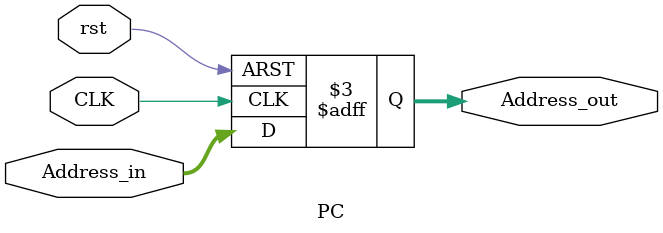
<source format=v>
module PC(CLK,Address_in,Address_out,rst);
 input CLK,rst;
 input [31:0] Address_in;
 output reg [31:0] Address_out;
 
 always@(posedge CLK,negedge rst)
 begin
    if(!rst) Address_out<=32'd0;
  else Address_out<=Address_in;
 end
endmodule
</source>
